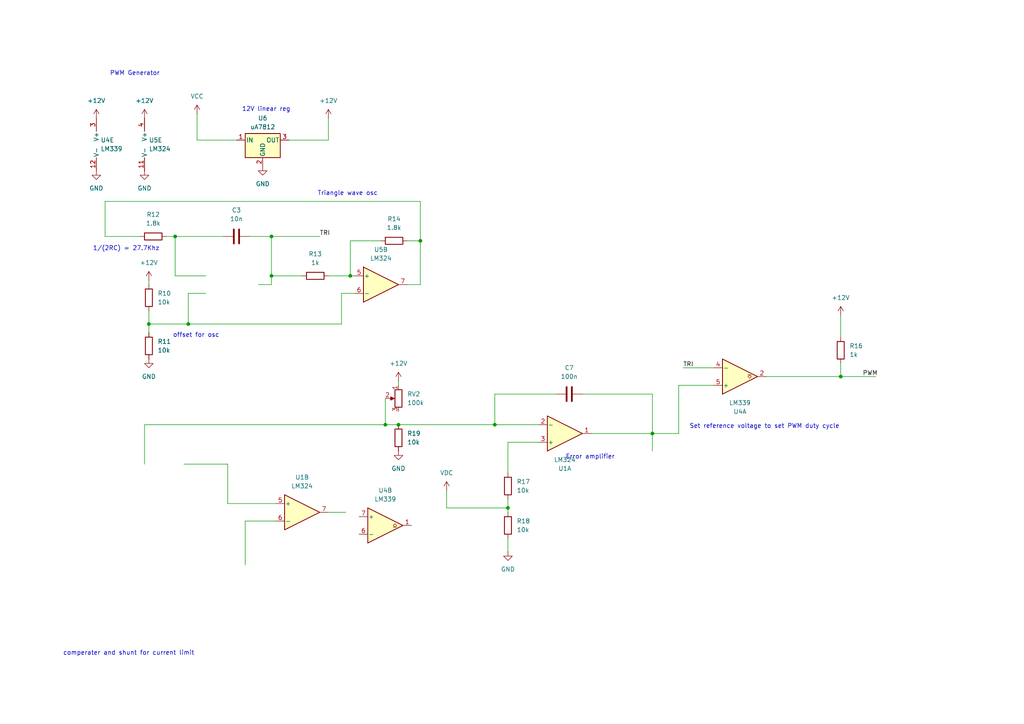
<source format=kicad_sch>
(kicad_sch (version 20231120) (generator "eeschema") (generator_version "8.0")
  (paper "A4")
  (lib_symbols
    (symbol "Amplifier_Operational:LM324" (pin_names (offset 0.127))
      (property "Reference" "U" (at 0 5.08 0))
      (property "Value" "LM324" (at 0 -5.08 0))
      (symbol "LM324_1_1"
        (polyline (pts (xy -5.08 5.08) (xy 5.08 0) (xy -5.08 -5.08) (xy -5.08 5.08)) (stroke (width 0.254)) (fill (type background)))
        (pin output line (at 7.62 0 180) (length 2.54) (name "~") (number "1"))
        (pin input line (at -7.62 -2.54 0) (length 2.54) (name "-") (number "2"))
        (pin input line (at -7.62 2.54 0) (length 2.54) (name "+") (number "3"))
      )
      (symbol "LM324_2_1"
        (polyline (pts (xy -5.08 5.08) (xy 5.08 0) (xy -5.08 -5.08) (xy -5.08 5.08)) (stroke (width 0.254)) (fill (type background)))
        (pin input line (at -7.62 2.54 0) (length 2.54) (name "+") (number "5"))
        (pin input line (at -7.62 -2.54 0) (length 2.54) (name "-") (number "6"))
        (pin output line (at 7.62 0 180) (length 2.54) (name "~") (number "7"))
      )
      (symbol "LM324_3_1"
        (polyline (pts (xy -5.08 5.08) (xy 5.08 0) (xy -5.08 -5.08) (xy -5.08 5.08)) (stroke (width 0.254)) (fill (type background)))
        (pin input line (at -7.62 2.54 0) (length 2.54) (name "+") (number "10"))
        (pin output line (at 7.62 0 180) (length 2.54) (name "~") (number "8"))
        (pin input line (at -7.62 -2.54 0) (length 2.54) (name "-") (number "9"))
      )
      (symbol "LM324_4_1"
        (polyline (pts (xy -5.08 5.08) (xy 5.08 0) (xy -5.08 -5.08) (xy -5.08 5.08)) (stroke (width 0.254)) (fill (type background)))
        (pin input line (at -7.62 2.54 0) (length 2.54) (name "+") (number "12"))
        (pin input line (at -7.62 -2.54 0) (length 2.54) (name "-") (number "13"))
        (pin output line (at 7.62 0 180) (length 2.54) (name "~") (number "14"))
      )
      (symbol "LM324_5_1"
        (pin power_in line (at -2.54 -7.62 90) (length 3.81) (name "V-") (number "11"))
        (pin power_in line (at -2.54 7.62 270) (length 3.81) (name "V+") (number "4"))
      )
    )
    (symbol "Comparator:LM339" (pin_names (offset 0.127))
      (property "Reference" "U" (at 0 5.08 0))
      (property "Value" "LM339" (at 0 -5.08 0))
      (symbol "LM339_1_1"
        (polyline (pts (xy -5.08 5.08) (xy 5.08 0) (xy -5.08 -5.08) (xy -5.08 5.08)) (stroke (width 0.254)) (fill (type background)))
        (polyline (pts (xy 3.302 -0.508) (xy 2.794 -0.508) (xy 3.302 0) (xy 2.794 0.508) (xy 2.286 0) (xy 2.794 -0.508) (xy 2.286 -0.508)) (stroke (width 0.127)))
        (pin open_collector line (at 7.62 0 180) (length 2.54) (name "~") (number "2"))
        (pin input line (at -7.62 -2.54 0) (length 2.54) (name "-") (number "4"))
        (pin input line (at -7.62 2.54 0) (length 2.54) (name "+") (number "5"))
      )
      (symbol "LM339_2_1"
        (polyline (pts (xy -5.08 5.08) (xy 5.08 0) (xy -5.08 -5.08) (xy -5.08 5.08)) (stroke (width 0.254)) (fill (type background)))
        (polyline (pts (xy 3.302 -0.508) (xy 2.794 -0.508) (xy 3.302 0) (xy 2.794 0.508) (xy 2.286 0) (xy 2.794 -0.508) (xy 2.286 -0.508)) (stroke (width 0.127)))
        (pin open_collector line (at 7.62 0 180) (length 2.54) (name "~") (number "1"))
        (pin input line (at -7.62 -2.54 0) (length 2.54) (name "-") (number "6"))
        (pin input line (at -7.62 2.54 0) (length 2.54) (name "+") (number "7"))
      )
      (symbol "LM339_3_1"
        (polyline (pts (xy -5.08 5.08) (xy 5.08 0) (xy -5.08 -5.08) (xy -5.08 5.08)) (stroke (width 0.254)) (fill (type background)))
        (polyline (pts (xy 3.302 -0.508) (xy 2.794 -0.508) (xy 3.302 0) (xy 2.794 0.508) (xy 2.286 0) (xy 2.794 -0.508) (xy 2.286 -0.508)) (stroke (width 0.127)))
        (pin input line (at -7.62 -2.54 0) (length 2.54) (name "-") (number "10"))
        (pin input line (at -7.62 2.54 0) (length 2.54) (name "+") (number "11"))
        (pin open_collector line (at 7.62 0 180) (length 2.54) (name "~") (number "13"))
      )
      (symbol "LM339_4_1"
        (polyline (pts (xy -5.08 5.08) (xy 5.08 0) (xy -5.08 -5.08) (xy -5.08 5.08)) (stroke (width 0.254)) (fill (type background)))
        (polyline (pts (xy 3.302 -0.508) (xy 2.794 -0.508) (xy 3.302 0) (xy 2.794 0.508) (xy 2.286 0) (xy 2.794 -0.508) (xy 2.286 -0.508)) (stroke (width 0.127)))
        (pin open_collector line (at 7.62 0 180) (length 2.54) (name "~") (number "14"))
        (pin input line (at -7.62 -2.54 0) (length 2.54) (name "-") (number "8"))
        (pin input line (at -7.62 2.54 0) (length 2.54) (name "+") (number "9"))
      )
      (symbol "LM339_5_1"
        (pin power_in line (at -2.54 -7.62 90) (length 3.81) (name "V-") (number "12"))
        (pin power_in line (at -2.54 7.62 270) (length 3.81) (name "V+") (number "3"))
      )
    )
    (symbol "Device:C" (pin_numbers hide) (pin_names (offset 0.254))
      (property "Reference" "C" (at 0.635 2.54 0))
      (property "Value" "C" (at 0.635 -2.54 0))
      (symbol "C_0_1"
        (polyline (pts (xy -2.032 -0.762) (xy 2.032 -0.762)) (stroke (width 0.508)))
        (polyline (pts (xy -2.032 0.762) (xy 2.032 0.762)) (stroke (width 0.508)))
      )
      (symbol "C_1_1"
        (pin passive line (at 0 3.81 270) (length 2.794) (name "~") (number "1"))
        (pin passive line (at 0 -3.81 90) (length 2.794) (name "~") (number "2"))
      )
    )
    (symbol "Device:R" (pin_numbers hide) (pin_names (offset 0))
      (property "Reference" "R" (at 2.032 0 90))
      (property "Value" "R" (at 0 0 90))
      (symbol "R_0_1"
        (rectangle (start -1.016 -2.54) (end 1.016 2.54) (stroke (width 0.254)))
      )
      (symbol "R_1_1"
        (pin passive line (at 0 3.81 270) (length 1.27) (name "~") (number "1"))
        (pin passive line (at 0 -3.81 90) (length 1.27) (name "~") (number "2"))
      )
    )
    (symbol "Device:R_Potentiometer" (pin_names (offset 1.016) hide)
      (property "Reference" "RV" (at -4.445 0 90))
      (property "Value" "R_Potentiometer" (at -2.54 0 90))
      (symbol "R_Potentiometer_0_1"
        (polyline (pts (xy 2.54 0) (xy 1.524 0)))
        (polyline (pts (xy 1.143 0) (xy 2.286 0.508) (xy 2.286 -0.508) (xy 1.143 0)) (fill (type outline)))
        (rectangle (start 1.016 2.54) (end -1.016 -2.54) (stroke (width 0.254)))
      )
      (symbol "R_Potentiometer_1_1"
        (pin passive line (at 0 3.81 270) (length 1.27) (name "1") (number "1"))
        (pin passive line (at 3.81 0 180) (length 1.27) (name "2") (number "2"))
        (pin passive line (at 0 -3.81 90) (length 1.27) (name "3") (number "3"))
      )
    )
    (symbol "Regulator_Linear:uA7812" (pin_names (offset 0.254))
      (property "Reference" "U" (at -3.81 3.175 0))
      (property "Value" "uA7812" (at 0 3.175 0))
      (symbol "uA7812_0_1"
        (rectangle (start -5.08 1.905) (end 5.08 -5.08) (stroke (width 0.254)) (fill (type background)))
      )
      (symbol "uA7812_1_1"
        (pin power_in line (at -7.62 0 0) (length 2.54) (name "IN") (number "1"))
        (pin power_in line (at 0 -7.62 90) (length 2.54) (name "GND") (number "2"))
        (pin power_out line (at 7.62 0 180) (length 2.54) (name "OUT") (number "3"))
      )
    )
    (symbol "power:+12V" (power) (pin_numbers hide) (pin_names (offset 0) hide)
      (property "Value" "+12V" (at 0 3.556 0))
      (symbol "+12V_0_1"
        (polyline (pts (xy -0.762 1.27) (xy 0 2.54)))
        (polyline (pts (xy 0 0) (xy 0 2.54)))
        (polyline (pts (xy 0 2.54) (xy 0.762 1.27)))
      )
      (symbol "+12V_1_1"
        (pin power_in line (at 0 0 90) (length 0) (name "~") (number "1"))
      )
    )
    (symbol "power:GND" (power) (pin_numbers hide) (pin_names (offset 0) hide)
      (property "Value" "GND" (at 0 -3.81 0))
      (symbol "GND_0_1"
        (polyline (pts (xy 0 0) (xy 0 -1.27) (xy 1.27 -1.27) (xy 0 -2.54) (xy -1.27 -1.27) (xy 0 -1.27)))
      )
      (symbol "GND_1_1"
        (pin power_in line (at 0 0 270) (length 0) (name "~") (number "1"))
      )
    )
    (symbol "power:VCC" (power) (pin_numbers hide) (pin_names (offset 0) hide)
      (property "Value" "VCC" (at 0 3.556 0))
      (symbol "VCC_0_1"
        (polyline (pts (xy -0.762 1.27) (xy 0 2.54)))
        (polyline (pts (xy 0 0) (xy 0 2.54)))
        (polyline (pts (xy 0 2.54) (xy 0.762 1.27)))
      )
      (symbol "VCC_1_1"
        (pin power_in line (at 0 0 90) (length 0) (name "~") (number "1"))
      )
    )
    (symbol "power:VDC" (power) (pin_numbers hide) (pin_names (offset 0) hide)
      (property "Value" "VDC" (at 0 3.556 0))
      (symbol "VDC_0_1"
        (polyline (pts (xy -0.762 1.27) (xy 0 2.54)))
        (polyline (pts (xy 0 0) (xy 0 2.54)))
        (polyline (pts (xy 0 2.54) (xy 0.762 1.27)))
      )
      (symbol "VDC_1_1"
        (pin power_in line (at 0 0 90) (length 0) (name "~") (number "1"))
      )
    )
  )
  (junction (at 189.23 125.73))
  (junction (at 43.18 93.98))
  (junction (at 101.6 80.01))
  (junction (at 50.8 68.58))
  (junction (at 143.51 123.19))
  (junction (at 147.32 147.32))
  (junction (at 111.76 123.19))
  (junction (at 243.84 109.22))
  (junction (at 121.92 69.85))
  (junction (at 78.74 80.01))
  (junction (at 54.61 93.98))
  (junction (at 78.74 68.58))
  (junction (at 115.57 123.19))
  (wire (pts (xy 189.23 114.3) (xy 189.23 125.73)))
  (wire (pts (xy 87.63 80.01) (xy 78.74 80.01)))
  (wire (pts (xy 53.34 134.62) (xy 66.04 134.62)))
  (wire (pts (xy 243.84 105.41) (xy 243.84 109.22)))
  (wire (pts (xy 30.48 68.58) (xy 30.48 58.42)))
  (wire (pts (xy 95.25 34.29) (xy 95.25 40.64)))
  (wire (pts (xy 74.93 82.55) (xy 78.74 82.55)))
  (wire (pts (xy 111.76 115.57) (xy 111.76 123.19)))
  (wire (pts (xy 102.87 85.09) (xy 99.06 85.09)))
  (wire (pts (xy 129.54 142.24) (xy 129.54 147.32)))
  (wire (pts (xy 143.51 123.19) (xy 156.21 123.19)))
  (wire (pts (xy 99.06 85.09) (xy 99.06 93.98)))
  (wire (pts (xy 222.25 109.22) (xy 243.84 109.22)))
  (wire (pts (xy 101.6 69.85) (xy 101.6 80.01)))
  (wire (pts (xy 83.82 40.64) (xy 95.25 40.64)))
  (wire (pts (xy 147.32 160.02) (xy 147.32 156.21)))
  (wire (pts (xy 68.58 40.64) (xy 57.15 40.64)))
  (wire (pts (xy 143.51 114.3) (xy 161.29 114.3)))
  (wire (pts (xy 243.84 91.44) (xy 243.84 97.79)))
  (wire (pts (xy 115.57 110.49) (xy 115.57 111.76)))
  (wire (pts (xy 243.84 109.22) (xy 254 109.22)))
  (wire (pts (xy 121.92 69.85) (xy 118.11 69.85)))
  (wire (pts (xy 171.45 125.73) (xy 189.23 125.73)))
  (wire (pts (xy 121.92 58.42) (xy 121.92 69.85)))
  (wire (pts (xy 78.74 68.58) (xy 92.71 68.58)))
  (wire (pts (xy 40.64 68.58) (xy 30.48 68.58)))
  (wire (pts (xy 57.15 33.02) (xy 57.15 40.64)))
  (wire (pts (xy 41.91 123.19) (xy 41.91 134.62)))
  (wire (pts (xy 72.39 68.58) (xy 78.74 68.58)))
  (wire (pts (xy 121.92 82.55) (xy 118.11 82.55)))
  (wire (pts (xy 110.49 69.85) (xy 101.6 69.85)))
  (wire (pts (xy 50.8 68.58) (xy 64.77 68.58)))
  (wire (pts (xy 129.54 147.32) (xy 147.32 147.32)))
  (wire (pts (xy 50.8 80.01) (xy 59.69 80.01)))
  (wire (pts (xy 189.23 125.73) (xy 196.85 125.73)))
  (wire (pts (xy 111.76 123.19) (xy 115.57 123.19)))
  (wire (pts (xy 50.8 80.01) (xy 50.8 68.58)))
  (wire (pts (xy 196.85 111.76) (xy 196.85 125.73)))
  (wire (pts (xy 30.48 58.42) (xy 121.92 58.42)))
  (wire (pts (xy 99.06 93.98) (xy 54.61 93.98)))
  (wire (pts (xy 168.91 114.3) (xy 189.23 114.3)))
  (wire (pts (xy 156.21 128.27) (xy 147.32 128.27)))
  (wire (pts (xy 207.01 111.76) (xy 196.85 111.76)))
  (wire (pts (xy 43.18 90.17) (xy 43.18 93.98)))
  (wire (pts (xy 95.25 80.01) (xy 101.6 80.01)))
  (wire (pts (xy 95.25 148.59) (xy 100.33 148.59)))
  (wire (pts (xy 207.01 106.68) (xy 198.12 106.68)))
  (wire (pts (xy 143.51 123.19) (xy 143.51 114.3)))
  (wire (pts (xy 43.18 81.28) (xy 43.18 82.55)))
  (wire (pts (xy 66.04 146.05) (xy 80.01 146.05)))
  (wire (pts (xy 66.04 134.62) (xy 66.04 146.05)))
  (wire (pts (xy 147.32 147.32) (xy 147.32 144.78)))
  (wire (pts (xy 101.6 80.01) (xy 102.87 80.01)))
  (wire (pts (xy 78.74 80.01) (xy 78.74 82.55)))
  (wire (pts (xy 78.74 68.58) (xy 78.74 80.01)))
  (wire (pts (xy 59.69 85.09) (xy 54.61 85.09)))
  (wire (pts (xy 43.18 96.52) (xy 43.18 93.98)))
  (wire (pts (xy 71.12 151.13) (xy 71.12 163.83)))
  (wire (pts (xy 80.01 151.13) (xy 71.12 151.13)))
  (wire (pts (xy 48.26 68.58) (xy 50.8 68.58)))
  (wire (pts (xy 115.57 123.19) (xy 143.51 123.19)))
  (wire (pts (xy 54.61 85.09) (xy 54.61 93.98)))
  (wire (pts (xy 121.92 69.85) (xy 121.92 82.55)))
  (wire (pts (xy 147.32 148.59) (xy 147.32 147.32)))
  (wire (pts (xy 111.76 123.19) (xy 41.91 123.19)))
  (wire (pts (xy 147.32 128.27) (xy 147.32 137.16)))
  (wire (pts (xy 43.18 93.98) (xy 54.61 93.98)))
  (wire (pts (xy 189.23 130.81) (xy 189.23 125.73)))
  (text "Error amplifier" (at 171.196 132.588 0) (effects (font (size 1.27 1.27))))
  (text "1/(2RC) = 27.7Khz " (at 37.084 72.136 0) (effects (font (size 1.27 1.27))))
  (text "offset for osc" (at 56.896 97.282 0) (effects (font (size 1.27 1.27))))
  (text "comperater and shunt for current limit" (at 37.338 189.484 0) (effects (font (size 1.27 1.27))))
  (text "Set reference voltage to set PWM duty cycle" (at 221.742 123.698 0) (effects (font (size 1.27 1.27))))
  (text "PWM Generator" (at 39.116 21.336 0) (effects (font (size 1.27 1.27))))
  (text "12V linear reg" (at 77.216 31.75 0) (effects (font (size 1.27 1.27))))
  (text "Triangle wave osc" (at 100.838 56.134 0) (effects (font (size 1.27 1.27))))
  (label "TRI" (at 198.12 106.68 0))
  (label "PWM" (at 250.19 109.22 0))
  (label "TRI" (at 92.71 68.58 0))
  (symbol (lib_id "Device:R") (at 44.45 68.58 90) (unit 1)
    (property "Reference" "R12" (at 44.45 62.23 90))
    (property "Value" "1.8k" (at 44.45 64.77 90))
    (property "Description" "Resistor" (effects (hide yes)))
  )
  (symbol (lib_id "power:+12V") (at 27.94 34.29 0) (unit 1)
    (property "Reference" "#PWR018" (effects (hide yes)))
    (property "Value" "+12V" (at 27.94 29.21 0))
    (property "Description" "Power symbol creates a global label with name \"+12V\"" (effects (hide yes)))
  )
  (symbol (lib_id "Device:R") (at 243.84 101.6 0) (unit 1)
    (property "Reference" "R16" (at 246.38 100.3299 0) (effects (justify left)))
    (property "Value" "1k" (at 246.38 102.8699 0) (effects (justify left)))
    (property "Description" "Resistor" (effects (hide yes)))
  )
  (symbol (lib_id "power:VCC") (at 57.15 33.02 0) (unit 1)
    (property "Reference" "#PWR024" (effects (hide yes)))
    (property "Value" "VCC" (at 57.15 27.94 0))
    (property "Description" "Power symbol creates a global label with name \"VCC\"" (effects (hide yes)))
  )
  (symbol (lib_id "power:GND") (at 147.32 160.02 0) (unit 1)
    (property "Reference" "#PWR027" (effects (hide yes)))
    (property "Value" "GND" (at 147.32 165.1 0))
    (property "Description" "Power symbol creates a global label with name \"GND\" , ground" (effects (hide yes)))
  )
  (symbol (lib_id "Device:R") (at 114.3 69.85 90) (unit 1)
    (property "Reference" "R14" (at 114.3 63.5 90))
    (property "Value" "1.8k" (at 114.3 66.04 90))
    (property "Description" "Resistor" (effects (hide yes)))
  )
  (symbol (lib_id "Comparator:LM339") (at 30.48 41.91 0) (unit 5)
    (property "Reference" "U4" (at 29.21 40.6399 0) (effects (justify left)))
    (property "Value" "LM339" (at 29.21 43.1799 0) (effects (justify left)))
    (property "Datasheet" "https://www.st.com/resource/en/datasheet/lm139.pdf" (effects (hide yes)))
    (property "Description" "Quad Differential Comparators, SOIC-14/TSSOP-14" (effects (hide yes)))
  )
  (symbol (lib_id "power:GND") (at 43.18 104.14 0) (unit 1)
    (property "Reference" "#PWR023" (effects (hide yes)))
    (property "Value" "GND" (at 43.18 109.22 0))
    (property "Description" "Power symbol creates a global label with name \"GND\" , ground" (effects (hide yes)))
  )
  (symbol (lib_id "Regulator_Linear:uA7812") (at 76.2 40.64 0) (unit 1)
    (property "Reference" "U6" (at 76.2 34.29 0))
    (property "Value" "uA7812" (at 76.2 36.83 0))
    (property "Datasheet" "http://www.ti.com/lit/ds/symlink/ua78.pdf" (effects (hide yes)))
    (property "Description" "Positive 1A 35V Linear Regulator, Fixed Output 12V, TO-220/TO-263" (effects (hide yes)))
  )
  (symbol (lib_id "power:GND") (at 27.94 49.53 0) (unit 1)
    (property "Reference" "#PWR019" (effects (hide yes)))
    (property "Value" "GND" (at 27.94 54.61 0))
    (property "Description" "Power symbol creates a global label with name \"GND\" , ground" (effects (hide yes)))
  )
  (symbol (lib_id "Device:R_Potentiometer") (at 115.57 115.57 0) (mirror y) (unit 1)
    (property "Reference" "RV2" (at 118.11 114.2999 0) (effects (justify right)))
    (property "Value" "100k" (at 118.11 116.8399 0) (effects (justify right)))
    (property "Description" "Potentiometer" (effects (hide yes)))
  )
  (symbol (lib_id "Device:R") (at 43.18 100.33 0) (unit 1)
    (property "Reference" "R11" (at 45.72 99.0599 0) (effects (justify left)))
    (property "Value" "10k" (at 45.72 101.5999 0) (effects (justify left)))
    (property "Description" "Resistor" (effects (hide yes)))
  )
  (symbol (lib_id "power:+12V") (at 243.84 91.44 0) (unit 1)
    (property "Reference" "#PWR029" (effects (hide yes)))
    (property "Value" "+12V" (at 243.84 86.36 0))
    (property "Description" "Power symbol creates a global label with name \"+12V\"" (effects (hide yes)))
  )
  (symbol (lib_id "power:GND") (at 41.91 49.53 0) (unit 1)
    (property "Reference" "#PWR021" (effects (hide yes)))
    (property "Value" "GND" (at 41.91 54.61 0))
    (property "Description" "Power symbol creates a global label with name \"GND\" , ground" (effects (hide yes)))
  )
  (symbol (lib_id "power:GND") (at 76.2 48.26 0) (unit 1)
    (property "Reference" "#PWR025" (effects (hide yes)))
    (property "Value" "GND" (at 76.2 53.34 0))
    (property "Description" "Power symbol creates a global label with name \"GND\" , ground" (effects (hide yes)))
  )
  (symbol (lib_id "Comparator:LM339") (at 111.76 152.4 0) (unit 2)
    (property "Reference" "U4" (at 111.76 142.24 0))
    (property "Value" "LM339" (at 111.76 144.78 0))
    (property "Datasheet" "https://www.st.com/resource/en/datasheet/lm139.pdf" (effects (hide yes)))
    (property "Description" "Quad Differential Comparators, SOIC-14/TSSOP-14" (effects (hide yes)))
  )
  (symbol (lib_id "power:+12V") (at 41.91 34.29 0) (unit 1)
    (property "Reference" "#PWR020" (effects (hide yes)))
    (property "Value" "+12V" (at 41.91 29.21 0))
    (property "Description" "Power symbol creates a global label with name \"+12V\"" (effects (hide yes)))
  )
  (symbol (lib_id "power:GND") (at 115.57 130.81 0) (unit 1)
    (property "Reference" "#PWR032" (effects (hide yes)))
    (property "Value" "GND" (at 115.57 135.89 0))
    (property "Description" "Power symbol creates a global label with name \"GND\" , ground" (effects (hide yes)))
  )
  (symbol (lib_id "Device:R") (at 115.57 127 0) (unit 1)
    (property "Reference" "R19" (at 118.11 125.7299 0) (effects (justify left)))
    (property "Value" "10k" (at 118.11 128.2699 0) (effects (justify left)))
    (property "Description" "Resistor" (effects (hide yes)))
  )
  (symbol (lib_id "Comparator:LM339") (at 214.63 109.22 0) (mirror x) (unit 1)
    (property "Reference" "U4" (at 214.63 119.38 0))
    (property "Value" "LM339" (at 214.63 116.84 0))
    (property "Datasheet" "https://www.st.com/resource/en/datasheet/lm139.pdf" (effects (hide yes)))
    (property "Description" "Quad Differential Comparators, SOIC-14/TSSOP-14" (effects (hide yes)))
  )
  (symbol (lib_id "Amplifier_Operational:LM324") (at 87.63 148.59 0) (unit 2)
    (property "Reference" "U1" (at 87.63 138.43 0))
    (property "Value" "LM324" (at 87.63 140.97 0))
    (property "Datasheet" "http://www.ti.com/lit/ds/symlink/lm2902-n.pdf" (effects (hide yes)))
    (property "Description" "Low-Power, Quad-Operational Amplifiers, DIP-14/SOIC-14/SSOP-14" (effects (hide yes)))
  )
  (symbol (lib_id "Amplifier_Operational:LM324") (at 44.45 41.91 0) (unit 5)
    (property "Reference" "U5" (at 43.18 40.6399 0) (effects (justify left)))
    (property "Value" "LM324" (at 43.18 43.1799 0) (effects (justify left)))
    (property "Datasheet" "http://www.ti.com/lit/ds/symlink/lm2902-n.pdf" (effects (hide yes)))
    (property "Description" "Low-Power, Quad-Operational Amplifiers, DIP-14/SOIC-14/SSOP-14" (effects (hide yes)))
  )
  (symbol (lib_id "power:+12V") (at 95.25 34.29 0) (unit 1)
    (property "Reference" "#PWR026" (effects (hide yes)))
    (property "Value" "+12V" (at 95.25 29.21 0))
    (property "Description" "Power symbol creates a global label with name \"+12V\"" (effects (hide yes)))
  )
  (symbol (lib_id "Amplifier_Operational:LM324") (at 110.49 82.55 0) (unit 2)
    (property "Reference" "U5" (at 110.49 72.39 0))
    (property "Value" "LM324" (at 110.49 74.93 0))
    (property "Datasheet" "http://www.ti.com/lit/ds/symlink/lm2902-n.pdf" (effects (hide yes)))
    (property "Description" "Low-Power, Quad-Operational Amplifiers, DIP-14/SOIC-14/SSOP-14" (effects (hide yes)))
  )
  (symbol (lib_id "power:+12V") (at 115.57 110.49 0) (unit 1)
    (property "Reference" "#PWR031" (effects (hide yes)))
    (property "Value" "+12V" (at 115.57 105.41 0))
    (property "Description" "Power symbol creates a global label with name \"+12V\"" (effects (hide yes)))
  )
  (symbol (lib_id "Amplifier_Operational:LM324") (at 163.83 125.73 0) (mirror x) (unit 1)
    (property "Reference" "U1" (at 163.83 135.89 0))
    (property "Value" "LM324" (at 163.83 133.35 0))
    (property "Datasheet" "http://www.ti.com/lit/ds/symlink/lm2902-n.pdf" (effects (hide yes)))
    (property "Description" "Low-Power, Quad-Operational Amplifiers, DIP-14/SOIC-14/SSOP-14" (effects (hide yes)))
  )
  (symbol (lib_id "Device:C") (at 165.1 114.3 90) (unit 1)
    (property "Reference" "C7" (at 165.1 106.68 90))
    (property "Value" "100n" (at 165.1 109.22 90))
    (property "Description" "Unpolarized capacitor" (effects (hide yes)))
  )
  (symbol (lib_id "Device:R") (at 91.44 80.01 90) (unit 1)
    (property "Reference" "R13" (at 91.44 73.66 90))
    (property "Value" "1k" (at 91.44 76.2 90))
    (property "Description" "Resistor" (effects (hide yes)))
  )
  (symbol (lib_id "power:VDC") (at 129.54 142.24 0) (unit 1)
    (property "Reference" "#PWR030" (effects (hide yes)))
    (property "Value" "VDC" (at 129.54 137.16 0))
    (property "Description" "Power symbol creates a global label with name \"VDC\"" (effects (hide yes)))
  )
  (symbol (lib_id "power:+12V") (at 43.18 81.28 0) (unit 1)
    (property "Reference" "#PWR022" (effects (hide yes)))
    (property "Value" "+12V" (at 43.18 76.2 0))
    (property "Description" "Power symbol creates a global label with name \"+12V\"" (effects (hide yes)))
  )
  (symbol (lib_id "Device:R") (at 43.18 86.36 0) (unit 1)
    (property "Reference" "R10" (at 45.72 85.0899 0) (effects (justify left)))
    (property "Value" "10k" (at 45.72 87.6299 0) (effects (justify left)))
    (property "Description" "Resistor" (effects (hide yes)))
  )
  (symbol (lib_id "Device:R") (at 147.32 152.4 0) (unit 1)
    (property "Reference" "R18" (at 149.86 151.1299 0) (effects (justify left)))
    (property "Value" "10k" (at 149.86 153.6699 0) (effects (justify left)))
    (property "Description" "Resistor" (effects (hide yes)))
  )
  (symbol (lib_id "Device:C") (at 68.58 68.58 90) (unit 1)
    (property "Reference" "C3" (at 68.58 60.96 90))
    (property "Value" "10n" (at 68.58 63.5 90))
    (property "Description" "Unpolarized capacitor" (effects (hide yes)))
  )
  (symbol (lib_id "Device:R") (at 147.32 140.97 0) (unit 1)
    (property "Reference" "R17" (at 149.86 139.6999 0) (effects (justify left)))
    (property "Value" "10k" (at 149.86 142.2399 0) (effects (justify left)))
    (property "Description" "Resistor" (effects (hide yes)))
  )
)
</source>
